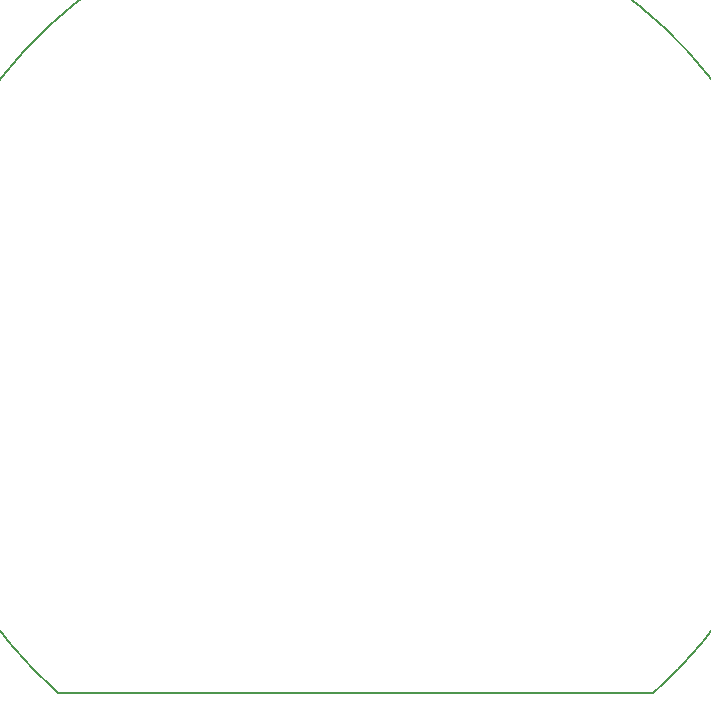
<source format=gbr>
%TF.GenerationSoftware,KiCad,Pcbnew,(6.0.7)*%
%TF.CreationDate,2023-04-01T23:24:39-04:00*%
%TF.ProjectId,board_4,626f6172-645f-4342-9e6b-696361645f70,rev?*%
%TF.SameCoordinates,Original*%
%TF.FileFunction,Profile,NP*%
%FSLAX46Y46*%
G04 Gerber Fmt 4.6, Leading zero omitted, Abs format (unit mm)*
G04 Created by KiCad (PCBNEW (6.0.7)) date 2023-04-01 23:24:39*
%MOMM*%
%LPD*%
G01*
G04 APERTURE LIST*
%TA.AperFunction,Profile*%
%ADD10C,0.200000*%
%TD*%
G04 APERTURE END LIST*
D10*
X122779619Y-152095200D02*
X173181181Y-152095200D01*
X173181181Y-152095200D02*
G75*
G03*
X122779619Y-152095200I-25200781J28584675D01*
G01*
M02*

</source>
